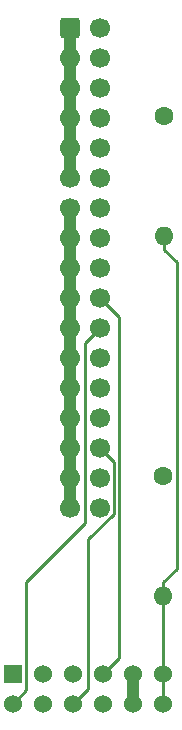
<source format=gbr>
%TF.GenerationSoftware,KiCad,Pcbnew,7.0.1*%
%TF.CreationDate,2024-01-08T20:06:19+01:00*%
%TF.ProjectId,pmod-floppy,706d6f64-2d66-46c6-9f70-70792e6b6963,rev?*%
%TF.SameCoordinates,Original*%
%TF.FileFunction,Copper,L1,Top*%
%TF.FilePolarity,Positive*%
%FSLAX46Y46*%
G04 Gerber Fmt 4.6, Leading zero omitted, Abs format (unit mm)*
G04 Created by KiCad (PCBNEW 7.0.1) date 2024-01-08 20:06:19*
%MOMM*%
%LPD*%
G01*
G04 APERTURE LIST*
G04 Aperture macros list*
%AMRoundRect*
0 Rectangle with rounded corners*
0 $1 Rounding radius*
0 $2 $3 $4 $5 $6 $7 $8 $9 X,Y pos of 4 corners*
0 Add a 4 corners polygon primitive as box body*
4,1,4,$2,$3,$4,$5,$6,$7,$8,$9,$2,$3,0*
0 Add four circle primitives for the rounded corners*
1,1,$1+$1,$2,$3*
1,1,$1+$1,$4,$5*
1,1,$1+$1,$6,$7*
1,1,$1+$1,$8,$9*
0 Add four rect primitives between the rounded corners*
20,1,$1+$1,$2,$3,$4,$5,0*
20,1,$1+$1,$4,$5,$6,$7,0*
20,1,$1+$1,$6,$7,$8,$9,0*
20,1,$1+$1,$8,$9,$2,$3,0*%
G04 Aperture macros list end*
%TA.AperFunction,ComponentPad*%
%ADD10C,1.600000*%
%TD*%
%TA.AperFunction,ComponentPad*%
%ADD11O,1.600000X1.600000*%
%TD*%
%TA.AperFunction,ComponentPad*%
%ADD12R,1.524000X1.524000*%
%TD*%
%TA.AperFunction,ComponentPad*%
%ADD13C,1.524000*%
%TD*%
%TA.AperFunction,ComponentPad*%
%ADD14RoundRect,0.250000X-0.600000X-0.600000X0.600000X-0.600000X0.600000X0.600000X-0.600000X0.600000X0*%
%TD*%
%TA.AperFunction,ComponentPad*%
%ADD15C,1.700000*%
%TD*%
%TA.AperFunction,Conductor*%
%ADD16C,0.250000*%
%TD*%
%TA.AperFunction,Conductor*%
%ADD17C,1.000000*%
%TD*%
G04 APERTURE END LIST*
D10*
%TO.P,R2,1*%
%TO.N,/Index*%
X169000000Y-96340000D03*
D11*
%TO.P,R2,2*%
%TO.N,+3.3V*%
X169000000Y-106500000D03*
%TD*%
D12*
%TO.P,PMOD1,1,IOA0*%
%TO.N,/Index*%
X156210000Y-143510000D03*
D13*
%TO.P,PMOD1,2,IOA1*%
%TO.N,/Motor on*%
X158750000Y-143510000D03*
%TO.P,PMOD1,3,IOA2*%
%TO.N,/Direction Select*%
X161290000Y-143510000D03*
%TO.P,PMOD1,4,IOA3*%
%TO.N,/Step*%
X163830000Y-143510000D03*
%TO.P,PMOD1,5,GND*%
%TO.N,GND*%
X166370000Y-143510000D03*
%TO.P,PMOD1,6,VCC*%
%TO.N,+3.3V*%
X168910000Y-143510000D03*
%TO.P,PMOD1,7,IOB0*%
%TO.N,/Write Data*%
X156210000Y-146050000D03*
%TO.P,PMOD1,8,IOB1*%
%TO.N,/Write Gate*%
X158750000Y-146050000D03*
%TO.P,PMOD1,9,IOB2*%
%TO.N,/Read Data*%
X161290000Y-146050000D03*
%TO.P,PMOD1,10,IOB3*%
%TO.N,/Side Select*%
X163830000Y-146050000D03*
%TO.P,PMOD1,11,GND*%
%TO.N,GND*%
X166370000Y-146050000D03*
%TO.P,PMOD1,12,VCC*%
%TO.N,+3.3V*%
X168910000Y-146050000D03*
%TD*%
D10*
%TO.P,R1,1*%
%TO.N,/Read Data*%
X168910000Y-126746000D03*
D11*
%TO.P,R1,2*%
%TO.N,+3.3V*%
X168910000Y-136906000D03*
%TD*%
D14*
%TO.P,J1,1,GND*%
%TO.N,GND*%
X161020000Y-88820000D03*
D15*
%TO.P,J1,2,Density_Select*%
%TO.N,unconnected-(J1-Density_Select-Pad2)*%
X163560000Y-88820000D03*
%TO.P,J1,3,GND*%
%TO.N,GND*%
X161020000Y-91360000D03*
%TO.P,J1,4,In_Use*%
%TO.N,unconnected-(J1-In_Use-Pad4)*%
X163560000Y-91360000D03*
%TO.P,J1,5,GND*%
%TO.N,GND*%
X161020000Y-93900000D03*
%TO.P,J1,6,Drive_Select_3*%
%TO.N,unconnected-(J1-Drive_Select_3-Pad6)*%
X163560000Y-93900000D03*
%TO.P,J1,7,GND*%
%TO.N,GND*%
X161020000Y-96440000D03*
%TO.P,J1,8,Index*%
%TO.N,/Index*%
X163560000Y-96440000D03*
%TO.P,J1,9,GND*%
%TO.N,GND*%
X161020000Y-98980000D03*
%TO.P,J1,10,Drive_Select_0*%
%TO.N,unconnected-(J1-Drive_Select_0-Pad10)*%
X163560000Y-98980000D03*
%TO.P,J1,11,GND*%
%TO.N,GND*%
X161020000Y-101520000D03*
%TO.P,J1,12,Drive_Select_1*%
X163560000Y-101520000D03*
%TO.P,J1,13,GND*%
X161020000Y-104060000D03*
%TO.P,J1,14,Drive_Select_2*%
%TO.N,unconnected-(J1-Drive_Select_2-Pad14)*%
X163560000Y-104060000D03*
%TO.P,J1,15,GND*%
%TO.N,GND*%
X161020000Y-106600000D03*
%TO.P,J1,16,Motor_On*%
%TO.N,/Motor on*%
X163560000Y-106600000D03*
%TO.P,J1,17,GND*%
%TO.N,GND*%
X161020000Y-109140000D03*
%TO.P,J1,18,Direction_Select*%
%TO.N,/Direction Select*%
X163560000Y-109140000D03*
%TO.P,J1,19,GND*%
%TO.N,GND*%
X161020000Y-111680000D03*
%TO.P,J1,20,Step*%
%TO.N,/Step*%
X163560000Y-111680000D03*
%TO.P,J1,21,GND*%
%TO.N,GND*%
X161020000Y-114220000D03*
%TO.P,J1,22,Write_Data*%
%TO.N,/Write Data*%
X163560000Y-114220000D03*
%TO.P,J1,23,GND*%
%TO.N,GND*%
X161020000Y-116760000D03*
%TO.P,J1,24,Write_Gate*%
%TO.N,/Write Gate*%
X163560000Y-116760000D03*
%TO.P,J1,25,GND*%
%TO.N,GND*%
X161020000Y-119300000D03*
%TO.P,J1,26,Track_00*%
%TO.N,unconnected-(J1-Track_00-Pad26)*%
X163560000Y-119300000D03*
%TO.P,J1,27,GND*%
%TO.N,GND*%
X161020000Y-121840000D03*
%TO.P,J1,28,Write_Protect*%
%TO.N,unconnected-(J1-Write_Protect-Pad28)*%
X163560000Y-121840000D03*
%TO.P,J1,29,GND*%
%TO.N,GND*%
X161020000Y-124380000D03*
%TO.P,J1,30,Read_Data*%
%TO.N,/Read Data*%
X163560000Y-124380000D03*
%TO.P,J1,31,GND*%
%TO.N,GND*%
X161020000Y-126920000D03*
%TO.P,J1,32,Side_Select*%
%TO.N,/Side Select*%
X163560000Y-126920000D03*
%TO.P,J1,33,GND*%
%TO.N,GND*%
X161020000Y-129460000D03*
%TO.P,J1,34,Ready/Disk_Change*%
%TO.N,unconnected-(J1-Ready{slash}Disk_Change-Pad34)*%
X163560000Y-129460000D03*
%TD*%
D16*
%TO.N,+3.3V*%
X168910000Y-146050000D02*
X168910000Y-143510000D01*
X168910000Y-143510000D02*
X168910000Y-136906000D01*
X170052100Y-108679000D02*
X169000000Y-107626900D01*
X170052100Y-134637000D02*
X170052100Y-108679000D01*
X168910000Y-135779100D02*
X170052100Y-134637000D01*
X168910000Y-136906000D02*
X168910000Y-135779100D01*
X169000000Y-106500000D02*
X169000000Y-107626900D01*
%TO.N,/Read Data*%
X162560000Y-144780000D02*
X161290000Y-146050000D01*
X162560000Y-132143100D02*
X162560000Y-144780000D01*
X164737900Y-129965200D02*
X162560000Y-132143100D01*
X164737900Y-125557900D02*
X164737900Y-129965200D01*
X163560000Y-124380000D02*
X164737900Y-125557900D01*
%TO.N,/Write Data*%
X157320700Y-144939300D02*
X156210000Y-146050000D01*
X157320700Y-135747200D02*
X157320700Y-144939300D01*
X162290000Y-130777900D02*
X157320700Y-135747200D01*
X162290000Y-115490000D02*
X162290000Y-130777900D01*
X163560000Y-114220000D02*
X162290000Y-115490000D01*
%TO.N,/Step*%
X165189800Y-113309800D02*
X163560000Y-111680000D01*
X165189800Y-142150200D02*
X165189800Y-113309800D01*
X163830000Y-143510000D02*
X165189800Y-142150200D01*
D17*
%TO.N,GND*%
X161020000Y-129460000D02*
X161020000Y-126920000D01*
X161020000Y-126920000D02*
X161020000Y-124380000D01*
X161020000Y-124380000D02*
X161020000Y-121840000D01*
X161020000Y-121840000D02*
X161020000Y-119300000D01*
X161020000Y-119300000D02*
X161020000Y-116760000D01*
X161020000Y-116760000D02*
X161020000Y-114220000D01*
X161020000Y-114220000D02*
X161020000Y-111680000D01*
X161020000Y-111680000D02*
X161020000Y-109140000D01*
X161020000Y-109140000D02*
X161020000Y-106600000D01*
X161020000Y-106600000D02*
X161020000Y-104060000D01*
X161020000Y-101520000D02*
X161020000Y-98980000D01*
X161020000Y-98980000D02*
X161020000Y-96440000D01*
X161020000Y-96440000D02*
X161020000Y-93900000D01*
X161020000Y-93900000D02*
X161020000Y-91360000D01*
X161020000Y-91360000D02*
X161020000Y-88820000D01*
X166370000Y-146050000D02*
X166370000Y-143510000D01*
%TD*%
M02*

</source>
